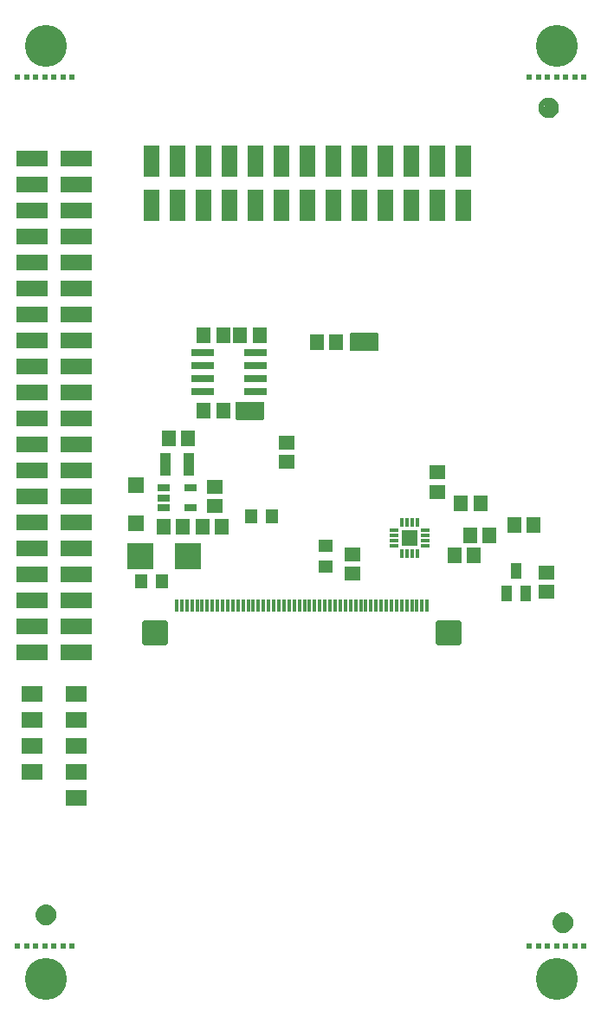
<source format=gbr>
G04 EAGLE Gerber RS-274X export*
G75*
%MOMM*%
%FSLAX34Y34*%
%LPD*%
%INSoldermask Top*%
%IPPOS*%
%AMOC8*
5,1,8,0,0,1.08239X$1,22.5*%
G01*
%ADD10C,0.601600*%
%ADD11C,1.101600*%
%ADD12C,0.500000*%
%ADD13R,1.601600X1.401600*%
%ADD14R,1.401600X1.601600*%
%ADD15R,1.101600X1.501600*%
%ADD16R,1.601600X1.601600*%
%ADD17R,0.880000X0.350000*%
%ADD18R,0.350000X0.880000*%
%ADD19R,1.625600X3.149600*%
%ADD20C,4.101600*%
%ADD21R,1.301600X0.651600*%
%ADD22R,1.117600X2.301600*%
%ADD23R,1.501600X1.501600*%
%ADD24R,2.641600X2.641600*%
%ADD25R,1.301600X1.401600*%
%ADD26R,0.376600X1.301600*%
%ADD27C,0.700447*%
%ADD28R,1.401600X1.301600*%
%ADD29R,1.270000X1.701800*%
%ADD30R,0.736600X0.304800*%
%ADD31R,3.149600X1.625600*%
%ADD32R,2.301600X0.701600*%
%ADD33R,2.101600X1.601600*%

G36*
X358258Y581676D02*
X358258Y581676D01*
X358377Y581683D01*
X358415Y581696D01*
X358456Y581701D01*
X358566Y581744D01*
X358679Y581781D01*
X358714Y581803D01*
X358751Y581818D01*
X358847Y581888D01*
X358948Y581951D01*
X358976Y581981D01*
X359009Y582004D01*
X359085Y582096D01*
X359166Y582183D01*
X359186Y582218D01*
X359211Y582249D01*
X359262Y582357D01*
X359320Y582461D01*
X359330Y582501D01*
X359347Y582537D01*
X359369Y582654D01*
X359399Y582769D01*
X359403Y582830D01*
X359407Y582850D01*
X359405Y582870D01*
X359409Y582930D01*
X359409Y598170D01*
X359394Y598288D01*
X359387Y598407D01*
X359374Y598445D01*
X359369Y598486D01*
X359326Y598596D01*
X359289Y598709D01*
X359267Y598744D01*
X359252Y598781D01*
X359183Y598877D01*
X359119Y598978D01*
X359089Y599006D01*
X359066Y599039D01*
X358974Y599115D01*
X358887Y599196D01*
X358852Y599216D01*
X358821Y599241D01*
X358713Y599292D01*
X358609Y599350D01*
X358569Y599360D01*
X358533Y599377D01*
X358416Y599399D01*
X358301Y599429D01*
X358241Y599433D01*
X358221Y599437D01*
X358200Y599435D01*
X358140Y599439D01*
X332740Y599439D01*
X332622Y599424D01*
X332503Y599417D01*
X332465Y599404D01*
X332424Y599399D01*
X332314Y599356D01*
X332201Y599319D01*
X332166Y599297D01*
X332129Y599282D01*
X332033Y599213D01*
X331932Y599149D01*
X331904Y599119D01*
X331871Y599096D01*
X331796Y599004D01*
X331714Y598917D01*
X331694Y598882D01*
X331669Y598851D01*
X331618Y598743D01*
X331560Y598639D01*
X331550Y598599D01*
X331533Y598563D01*
X331511Y598446D01*
X331481Y598331D01*
X331477Y598271D01*
X331473Y598251D01*
X331474Y598244D01*
X331473Y598242D01*
X331474Y598226D01*
X331471Y598170D01*
X331471Y582930D01*
X331486Y582812D01*
X331493Y582693D01*
X331506Y582655D01*
X331511Y582614D01*
X331554Y582504D01*
X331591Y582391D01*
X331613Y582356D01*
X331628Y582319D01*
X331698Y582223D01*
X331761Y582122D01*
X331791Y582094D01*
X331814Y582061D01*
X331906Y581986D01*
X331993Y581904D01*
X332028Y581884D01*
X332059Y581859D01*
X332167Y581808D01*
X332271Y581750D01*
X332311Y581740D01*
X332347Y581723D01*
X332464Y581701D01*
X332579Y581671D01*
X332640Y581667D01*
X332660Y581663D01*
X332680Y581665D01*
X332740Y581661D01*
X358140Y581661D01*
X358258Y581676D01*
G37*
G36*
X246498Y514366D02*
X246498Y514366D01*
X246617Y514373D01*
X246655Y514386D01*
X246696Y514391D01*
X246806Y514434D01*
X246919Y514471D01*
X246954Y514493D01*
X246991Y514508D01*
X247087Y514578D01*
X247188Y514641D01*
X247216Y514671D01*
X247249Y514694D01*
X247325Y514786D01*
X247406Y514873D01*
X247426Y514908D01*
X247451Y514939D01*
X247502Y515047D01*
X247560Y515151D01*
X247570Y515191D01*
X247587Y515227D01*
X247609Y515344D01*
X247639Y515459D01*
X247643Y515520D01*
X247647Y515540D01*
X247645Y515560D01*
X247649Y515620D01*
X247649Y530860D01*
X247634Y530978D01*
X247627Y531097D01*
X247614Y531135D01*
X247609Y531176D01*
X247566Y531286D01*
X247529Y531399D01*
X247507Y531434D01*
X247492Y531471D01*
X247423Y531567D01*
X247359Y531668D01*
X247329Y531696D01*
X247306Y531729D01*
X247214Y531805D01*
X247127Y531886D01*
X247092Y531906D01*
X247061Y531931D01*
X246953Y531982D01*
X246849Y532040D01*
X246809Y532050D01*
X246773Y532067D01*
X246656Y532089D01*
X246541Y532119D01*
X246481Y532123D01*
X246461Y532127D01*
X246440Y532125D01*
X246380Y532129D01*
X220980Y532129D01*
X220862Y532114D01*
X220743Y532107D01*
X220705Y532094D01*
X220664Y532089D01*
X220554Y532046D01*
X220441Y532009D01*
X220406Y531987D01*
X220369Y531972D01*
X220273Y531903D01*
X220172Y531839D01*
X220144Y531809D01*
X220111Y531786D01*
X220036Y531694D01*
X219954Y531607D01*
X219934Y531572D01*
X219909Y531541D01*
X219858Y531433D01*
X219800Y531329D01*
X219790Y531289D01*
X219773Y531253D01*
X219751Y531136D01*
X219721Y531021D01*
X219717Y530961D01*
X219713Y530941D01*
X219714Y530934D01*
X219713Y530932D01*
X219714Y530916D01*
X219711Y530860D01*
X219711Y515620D01*
X219726Y515502D01*
X219733Y515383D01*
X219746Y515345D01*
X219751Y515304D01*
X219794Y515194D01*
X219831Y515081D01*
X219853Y515046D01*
X219868Y515009D01*
X219938Y514913D01*
X220001Y514812D01*
X220031Y514784D01*
X220054Y514751D01*
X220146Y514676D01*
X220233Y514594D01*
X220268Y514574D01*
X220299Y514549D01*
X220407Y514498D01*
X220511Y514440D01*
X220551Y514430D01*
X220587Y514413D01*
X220704Y514391D01*
X220819Y514361D01*
X220880Y514357D01*
X220900Y514353D01*
X220920Y514355D01*
X220980Y514351D01*
X246380Y514351D01*
X246498Y514366D01*
G37*
D10*
X59690Y849630D03*
X50800Y849630D03*
X41910Y849630D03*
X33020Y849630D03*
X24130Y849630D03*
X15240Y849630D03*
X6350Y849630D03*
X560070Y849630D03*
X551180Y849630D03*
X542290Y849630D03*
X533400Y849630D03*
X524510Y849630D03*
X515620Y849630D03*
X506730Y849630D03*
X59690Y0D03*
X50800Y0D03*
X41910Y0D03*
X33020Y0D03*
X24130Y0D03*
X15240Y0D03*
X6350Y0D03*
X560070Y0D03*
X551180Y0D03*
X542290Y0D03*
X533400Y0D03*
X524510Y0D03*
X515620Y0D03*
X506730Y0D03*
D11*
X539750Y22860D03*
D12*
X532250Y22860D02*
X532252Y22679D01*
X532259Y22498D01*
X532270Y22317D01*
X532285Y22136D01*
X532305Y21956D01*
X532329Y21776D01*
X532357Y21597D01*
X532390Y21419D01*
X532427Y21242D01*
X532468Y21065D01*
X532513Y20890D01*
X532563Y20715D01*
X532617Y20542D01*
X532675Y20371D01*
X532737Y20200D01*
X532804Y20032D01*
X532874Y19865D01*
X532948Y19699D01*
X533027Y19536D01*
X533109Y19375D01*
X533195Y19215D01*
X533285Y19058D01*
X533379Y18903D01*
X533476Y18750D01*
X533578Y18600D01*
X533682Y18452D01*
X533791Y18306D01*
X533902Y18164D01*
X534018Y18024D01*
X534136Y17887D01*
X534258Y17752D01*
X534383Y17621D01*
X534511Y17493D01*
X534642Y17368D01*
X534777Y17246D01*
X534914Y17128D01*
X535054Y17012D01*
X535196Y16901D01*
X535342Y16792D01*
X535490Y16688D01*
X535640Y16586D01*
X535793Y16489D01*
X535948Y16395D01*
X536105Y16305D01*
X536265Y16219D01*
X536426Y16137D01*
X536589Y16058D01*
X536755Y15984D01*
X536922Y15914D01*
X537090Y15847D01*
X537261Y15785D01*
X537432Y15727D01*
X537605Y15673D01*
X537780Y15623D01*
X537955Y15578D01*
X538132Y15537D01*
X538309Y15500D01*
X538487Y15467D01*
X538666Y15439D01*
X538846Y15415D01*
X539026Y15395D01*
X539207Y15380D01*
X539388Y15369D01*
X539569Y15362D01*
X539750Y15360D01*
X532250Y22860D02*
X532252Y23041D01*
X532259Y23222D01*
X532270Y23403D01*
X532285Y23584D01*
X532305Y23764D01*
X532329Y23944D01*
X532357Y24123D01*
X532390Y24301D01*
X532427Y24478D01*
X532468Y24655D01*
X532513Y24830D01*
X532563Y25005D01*
X532617Y25178D01*
X532675Y25349D01*
X532737Y25520D01*
X532804Y25688D01*
X532874Y25855D01*
X532948Y26021D01*
X533027Y26184D01*
X533109Y26345D01*
X533195Y26505D01*
X533285Y26662D01*
X533379Y26817D01*
X533476Y26970D01*
X533578Y27120D01*
X533682Y27268D01*
X533791Y27414D01*
X533902Y27556D01*
X534018Y27696D01*
X534136Y27833D01*
X534258Y27968D01*
X534383Y28099D01*
X534511Y28227D01*
X534642Y28352D01*
X534777Y28474D01*
X534914Y28592D01*
X535054Y28708D01*
X535196Y28819D01*
X535342Y28928D01*
X535490Y29032D01*
X535640Y29134D01*
X535793Y29231D01*
X535948Y29325D01*
X536105Y29415D01*
X536265Y29501D01*
X536426Y29583D01*
X536589Y29662D01*
X536755Y29736D01*
X536922Y29806D01*
X537090Y29873D01*
X537261Y29935D01*
X537432Y29993D01*
X537605Y30047D01*
X537780Y30097D01*
X537955Y30142D01*
X538132Y30183D01*
X538309Y30220D01*
X538487Y30253D01*
X538666Y30281D01*
X538846Y30305D01*
X539026Y30325D01*
X539207Y30340D01*
X539388Y30351D01*
X539569Y30358D01*
X539750Y30360D01*
X539931Y30358D01*
X540112Y30351D01*
X540293Y30340D01*
X540474Y30325D01*
X540654Y30305D01*
X540834Y30281D01*
X541013Y30253D01*
X541191Y30220D01*
X541368Y30183D01*
X541545Y30142D01*
X541720Y30097D01*
X541895Y30047D01*
X542068Y29993D01*
X542239Y29935D01*
X542410Y29873D01*
X542578Y29806D01*
X542745Y29736D01*
X542911Y29662D01*
X543074Y29583D01*
X543235Y29501D01*
X543395Y29415D01*
X543552Y29325D01*
X543707Y29231D01*
X543860Y29134D01*
X544010Y29032D01*
X544158Y28928D01*
X544304Y28819D01*
X544446Y28708D01*
X544586Y28592D01*
X544723Y28474D01*
X544858Y28352D01*
X544989Y28227D01*
X545117Y28099D01*
X545242Y27968D01*
X545364Y27833D01*
X545482Y27696D01*
X545598Y27556D01*
X545709Y27414D01*
X545818Y27268D01*
X545922Y27120D01*
X546024Y26970D01*
X546121Y26817D01*
X546215Y26662D01*
X546305Y26505D01*
X546391Y26345D01*
X546473Y26184D01*
X546552Y26021D01*
X546626Y25855D01*
X546696Y25688D01*
X546763Y25520D01*
X546825Y25349D01*
X546883Y25178D01*
X546937Y25005D01*
X546987Y24830D01*
X547032Y24655D01*
X547073Y24478D01*
X547110Y24301D01*
X547143Y24123D01*
X547171Y23944D01*
X547195Y23764D01*
X547215Y23584D01*
X547230Y23403D01*
X547241Y23222D01*
X547248Y23041D01*
X547250Y22860D01*
X547248Y22679D01*
X547241Y22498D01*
X547230Y22317D01*
X547215Y22136D01*
X547195Y21956D01*
X547171Y21776D01*
X547143Y21597D01*
X547110Y21419D01*
X547073Y21242D01*
X547032Y21065D01*
X546987Y20890D01*
X546937Y20715D01*
X546883Y20542D01*
X546825Y20371D01*
X546763Y20200D01*
X546696Y20032D01*
X546626Y19865D01*
X546552Y19699D01*
X546473Y19536D01*
X546391Y19375D01*
X546305Y19215D01*
X546215Y19058D01*
X546121Y18903D01*
X546024Y18750D01*
X545922Y18600D01*
X545818Y18452D01*
X545709Y18306D01*
X545598Y18164D01*
X545482Y18024D01*
X545364Y17887D01*
X545242Y17752D01*
X545117Y17621D01*
X544989Y17493D01*
X544858Y17368D01*
X544723Y17246D01*
X544586Y17128D01*
X544446Y17012D01*
X544304Y16901D01*
X544158Y16792D01*
X544010Y16688D01*
X543860Y16586D01*
X543707Y16489D01*
X543552Y16395D01*
X543395Y16305D01*
X543235Y16219D01*
X543074Y16137D01*
X542911Y16058D01*
X542745Y15984D01*
X542578Y15914D01*
X542410Y15847D01*
X542239Y15785D01*
X542068Y15727D01*
X541895Y15673D01*
X541720Y15623D01*
X541545Y15578D01*
X541368Y15537D01*
X541191Y15500D01*
X541013Y15467D01*
X540834Y15439D01*
X540654Y15415D01*
X540474Y15395D01*
X540293Y15380D01*
X540112Y15369D01*
X539931Y15362D01*
X539750Y15360D01*
D11*
X34290Y30480D03*
D12*
X34290Y22980D02*
X34471Y22982D01*
X34652Y22989D01*
X34833Y23000D01*
X35014Y23015D01*
X35194Y23035D01*
X35374Y23059D01*
X35553Y23087D01*
X35731Y23120D01*
X35908Y23157D01*
X36085Y23198D01*
X36260Y23243D01*
X36435Y23293D01*
X36608Y23347D01*
X36779Y23405D01*
X36950Y23467D01*
X37118Y23534D01*
X37285Y23604D01*
X37451Y23678D01*
X37614Y23757D01*
X37775Y23839D01*
X37935Y23925D01*
X38092Y24015D01*
X38247Y24109D01*
X38400Y24206D01*
X38550Y24308D01*
X38698Y24412D01*
X38844Y24521D01*
X38986Y24632D01*
X39126Y24748D01*
X39263Y24866D01*
X39398Y24988D01*
X39529Y25113D01*
X39657Y25241D01*
X39782Y25372D01*
X39904Y25507D01*
X40022Y25644D01*
X40138Y25784D01*
X40249Y25926D01*
X40358Y26072D01*
X40462Y26220D01*
X40564Y26370D01*
X40661Y26523D01*
X40755Y26678D01*
X40845Y26835D01*
X40931Y26995D01*
X41013Y27156D01*
X41092Y27319D01*
X41166Y27485D01*
X41236Y27652D01*
X41303Y27820D01*
X41365Y27991D01*
X41423Y28162D01*
X41477Y28335D01*
X41527Y28510D01*
X41572Y28685D01*
X41613Y28862D01*
X41650Y29039D01*
X41683Y29217D01*
X41711Y29396D01*
X41735Y29576D01*
X41755Y29756D01*
X41770Y29937D01*
X41781Y30118D01*
X41788Y30299D01*
X41790Y30480D01*
X34290Y22980D02*
X34109Y22982D01*
X33928Y22989D01*
X33747Y23000D01*
X33566Y23015D01*
X33386Y23035D01*
X33206Y23059D01*
X33027Y23087D01*
X32849Y23120D01*
X32672Y23157D01*
X32495Y23198D01*
X32320Y23243D01*
X32145Y23293D01*
X31972Y23347D01*
X31801Y23405D01*
X31630Y23467D01*
X31462Y23534D01*
X31295Y23604D01*
X31129Y23678D01*
X30966Y23757D01*
X30805Y23839D01*
X30645Y23925D01*
X30488Y24015D01*
X30333Y24109D01*
X30180Y24206D01*
X30030Y24308D01*
X29882Y24412D01*
X29736Y24521D01*
X29594Y24632D01*
X29454Y24748D01*
X29317Y24866D01*
X29182Y24988D01*
X29051Y25113D01*
X28923Y25241D01*
X28798Y25372D01*
X28676Y25507D01*
X28558Y25644D01*
X28442Y25784D01*
X28331Y25926D01*
X28222Y26072D01*
X28118Y26220D01*
X28016Y26370D01*
X27919Y26523D01*
X27825Y26678D01*
X27735Y26835D01*
X27649Y26995D01*
X27567Y27156D01*
X27488Y27319D01*
X27414Y27485D01*
X27344Y27652D01*
X27277Y27820D01*
X27215Y27991D01*
X27157Y28162D01*
X27103Y28335D01*
X27053Y28510D01*
X27008Y28685D01*
X26967Y28862D01*
X26930Y29039D01*
X26897Y29217D01*
X26869Y29396D01*
X26845Y29576D01*
X26825Y29756D01*
X26810Y29937D01*
X26799Y30118D01*
X26792Y30299D01*
X26790Y30480D01*
X26792Y30661D01*
X26799Y30842D01*
X26810Y31023D01*
X26825Y31204D01*
X26845Y31384D01*
X26869Y31564D01*
X26897Y31743D01*
X26930Y31921D01*
X26967Y32098D01*
X27008Y32275D01*
X27053Y32450D01*
X27103Y32625D01*
X27157Y32798D01*
X27215Y32969D01*
X27277Y33140D01*
X27344Y33308D01*
X27414Y33475D01*
X27488Y33641D01*
X27567Y33804D01*
X27649Y33965D01*
X27735Y34125D01*
X27825Y34282D01*
X27919Y34437D01*
X28016Y34590D01*
X28118Y34740D01*
X28222Y34888D01*
X28331Y35034D01*
X28442Y35176D01*
X28558Y35316D01*
X28676Y35453D01*
X28798Y35588D01*
X28923Y35719D01*
X29051Y35847D01*
X29182Y35972D01*
X29317Y36094D01*
X29454Y36212D01*
X29594Y36328D01*
X29736Y36439D01*
X29882Y36548D01*
X30030Y36652D01*
X30180Y36754D01*
X30333Y36851D01*
X30488Y36945D01*
X30645Y37035D01*
X30805Y37121D01*
X30966Y37203D01*
X31129Y37282D01*
X31295Y37356D01*
X31462Y37426D01*
X31630Y37493D01*
X31801Y37555D01*
X31972Y37613D01*
X32145Y37667D01*
X32320Y37717D01*
X32495Y37762D01*
X32672Y37803D01*
X32849Y37840D01*
X33027Y37873D01*
X33206Y37901D01*
X33386Y37925D01*
X33566Y37945D01*
X33747Y37960D01*
X33928Y37971D01*
X34109Y37978D01*
X34290Y37980D01*
X34471Y37978D01*
X34652Y37971D01*
X34833Y37960D01*
X35014Y37945D01*
X35194Y37925D01*
X35374Y37901D01*
X35553Y37873D01*
X35731Y37840D01*
X35908Y37803D01*
X36085Y37762D01*
X36260Y37717D01*
X36435Y37667D01*
X36608Y37613D01*
X36779Y37555D01*
X36950Y37493D01*
X37118Y37426D01*
X37285Y37356D01*
X37451Y37282D01*
X37614Y37203D01*
X37775Y37121D01*
X37935Y37035D01*
X38092Y36945D01*
X38247Y36851D01*
X38400Y36754D01*
X38550Y36652D01*
X38698Y36548D01*
X38844Y36439D01*
X38986Y36328D01*
X39126Y36212D01*
X39263Y36094D01*
X39398Y35972D01*
X39529Y35847D01*
X39657Y35719D01*
X39782Y35588D01*
X39904Y35453D01*
X40022Y35316D01*
X40138Y35176D01*
X40249Y35034D01*
X40358Y34888D01*
X40462Y34740D01*
X40564Y34590D01*
X40661Y34437D01*
X40755Y34282D01*
X40845Y34125D01*
X40931Y33965D01*
X41013Y33804D01*
X41092Y33641D01*
X41166Y33475D01*
X41236Y33308D01*
X41303Y33140D01*
X41365Y32969D01*
X41423Y32798D01*
X41477Y32625D01*
X41527Y32450D01*
X41572Y32275D01*
X41613Y32098D01*
X41650Y31921D01*
X41683Y31743D01*
X41711Y31564D01*
X41735Y31384D01*
X41755Y31204D01*
X41770Y31023D01*
X41781Y30842D01*
X41788Y30661D01*
X41790Y30480D01*
D13*
X416560Y443890D03*
X416560Y462890D03*
D14*
X492150Y411480D03*
X511150Y411480D03*
D15*
X494030Y366600D03*
X503530Y344600D03*
X484530Y344600D03*
D13*
X523240Y346100D03*
X523240Y365100D03*
D16*
X389890Y398780D03*
D17*
X404890Y391280D03*
X404890Y396280D03*
X404890Y401280D03*
X404890Y406280D03*
D18*
X397390Y413780D03*
X392390Y413780D03*
X387390Y413780D03*
X382390Y413780D03*
D17*
X374890Y406280D03*
X374890Y401280D03*
X374890Y396280D03*
X374890Y391280D03*
D18*
X382390Y383780D03*
X387390Y383780D03*
X392390Y383780D03*
X397390Y383780D03*
D14*
X440080Y433070D03*
X459080Y433070D03*
D19*
X137160Y767080D03*
X137160Y723900D03*
X162560Y767080D03*
X162560Y723900D03*
X187960Y723900D03*
X187960Y767080D03*
X213360Y723900D03*
X213360Y767080D03*
X238760Y723900D03*
X238760Y767080D03*
X264160Y723900D03*
X264160Y767080D03*
X289560Y723900D03*
X289560Y767080D03*
X314960Y723900D03*
X314960Y767080D03*
X340360Y723900D03*
X340360Y767080D03*
X365760Y723900D03*
X365760Y767080D03*
X391160Y723900D03*
X391160Y767080D03*
X416560Y723900D03*
X416560Y767080D03*
X441960Y723900D03*
X441960Y767080D03*
D20*
X34290Y-31750D03*
X533400Y880110D03*
X533400Y-31750D03*
D14*
X452730Y382270D03*
X433730Y382270D03*
D11*
X525780Y819150D03*
D12*
X525780Y826650D02*
X525599Y826648D01*
X525418Y826641D01*
X525237Y826630D01*
X525056Y826615D01*
X524876Y826595D01*
X524696Y826571D01*
X524517Y826543D01*
X524339Y826510D01*
X524162Y826473D01*
X523985Y826432D01*
X523810Y826387D01*
X523635Y826337D01*
X523462Y826283D01*
X523291Y826225D01*
X523120Y826163D01*
X522952Y826096D01*
X522785Y826026D01*
X522619Y825952D01*
X522456Y825873D01*
X522295Y825791D01*
X522135Y825705D01*
X521978Y825615D01*
X521823Y825521D01*
X521670Y825424D01*
X521520Y825322D01*
X521372Y825218D01*
X521226Y825109D01*
X521084Y824998D01*
X520944Y824882D01*
X520807Y824764D01*
X520672Y824642D01*
X520541Y824517D01*
X520413Y824389D01*
X520288Y824258D01*
X520166Y824123D01*
X520048Y823986D01*
X519932Y823846D01*
X519821Y823704D01*
X519712Y823558D01*
X519608Y823410D01*
X519506Y823260D01*
X519409Y823107D01*
X519315Y822952D01*
X519225Y822795D01*
X519139Y822635D01*
X519057Y822474D01*
X518978Y822311D01*
X518904Y822145D01*
X518834Y821978D01*
X518767Y821810D01*
X518705Y821639D01*
X518647Y821468D01*
X518593Y821295D01*
X518543Y821120D01*
X518498Y820945D01*
X518457Y820768D01*
X518420Y820591D01*
X518387Y820413D01*
X518359Y820234D01*
X518335Y820054D01*
X518315Y819874D01*
X518300Y819693D01*
X518289Y819512D01*
X518282Y819331D01*
X518280Y819150D01*
X525780Y826650D02*
X525961Y826648D01*
X526142Y826641D01*
X526323Y826630D01*
X526504Y826615D01*
X526684Y826595D01*
X526864Y826571D01*
X527043Y826543D01*
X527221Y826510D01*
X527398Y826473D01*
X527575Y826432D01*
X527750Y826387D01*
X527925Y826337D01*
X528098Y826283D01*
X528269Y826225D01*
X528440Y826163D01*
X528608Y826096D01*
X528775Y826026D01*
X528941Y825952D01*
X529104Y825873D01*
X529265Y825791D01*
X529425Y825705D01*
X529582Y825615D01*
X529737Y825521D01*
X529890Y825424D01*
X530040Y825322D01*
X530188Y825218D01*
X530334Y825109D01*
X530476Y824998D01*
X530616Y824882D01*
X530753Y824764D01*
X530888Y824642D01*
X531019Y824517D01*
X531147Y824389D01*
X531272Y824258D01*
X531394Y824123D01*
X531512Y823986D01*
X531628Y823846D01*
X531739Y823704D01*
X531848Y823558D01*
X531952Y823410D01*
X532054Y823260D01*
X532151Y823107D01*
X532245Y822952D01*
X532335Y822795D01*
X532421Y822635D01*
X532503Y822474D01*
X532582Y822311D01*
X532656Y822145D01*
X532726Y821978D01*
X532793Y821810D01*
X532855Y821639D01*
X532913Y821468D01*
X532967Y821295D01*
X533017Y821120D01*
X533062Y820945D01*
X533103Y820768D01*
X533140Y820591D01*
X533173Y820413D01*
X533201Y820234D01*
X533225Y820054D01*
X533245Y819874D01*
X533260Y819693D01*
X533271Y819512D01*
X533278Y819331D01*
X533280Y819150D01*
X533278Y818969D01*
X533271Y818788D01*
X533260Y818607D01*
X533245Y818426D01*
X533225Y818246D01*
X533201Y818066D01*
X533173Y817887D01*
X533140Y817709D01*
X533103Y817532D01*
X533062Y817355D01*
X533017Y817180D01*
X532967Y817005D01*
X532913Y816832D01*
X532855Y816661D01*
X532793Y816490D01*
X532726Y816322D01*
X532656Y816155D01*
X532582Y815989D01*
X532503Y815826D01*
X532421Y815665D01*
X532335Y815505D01*
X532245Y815348D01*
X532151Y815193D01*
X532054Y815040D01*
X531952Y814890D01*
X531848Y814742D01*
X531739Y814596D01*
X531628Y814454D01*
X531512Y814314D01*
X531394Y814177D01*
X531272Y814042D01*
X531147Y813911D01*
X531019Y813783D01*
X530888Y813658D01*
X530753Y813536D01*
X530616Y813418D01*
X530476Y813302D01*
X530334Y813191D01*
X530188Y813082D01*
X530040Y812978D01*
X529890Y812876D01*
X529737Y812779D01*
X529582Y812685D01*
X529425Y812595D01*
X529265Y812509D01*
X529104Y812427D01*
X528941Y812348D01*
X528775Y812274D01*
X528608Y812204D01*
X528440Y812137D01*
X528269Y812075D01*
X528098Y812017D01*
X527925Y811963D01*
X527750Y811913D01*
X527575Y811868D01*
X527398Y811827D01*
X527221Y811790D01*
X527043Y811757D01*
X526864Y811729D01*
X526684Y811705D01*
X526504Y811685D01*
X526323Y811670D01*
X526142Y811659D01*
X525961Y811652D01*
X525780Y811650D01*
X525599Y811652D01*
X525418Y811659D01*
X525237Y811670D01*
X525056Y811685D01*
X524876Y811705D01*
X524696Y811729D01*
X524517Y811757D01*
X524339Y811790D01*
X524162Y811827D01*
X523985Y811868D01*
X523810Y811913D01*
X523635Y811963D01*
X523462Y812017D01*
X523291Y812075D01*
X523120Y812137D01*
X522952Y812204D01*
X522785Y812274D01*
X522619Y812348D01*
X522456Y812427D01*
X522295Y812509D01*
X522135Y812595D01*
X521978Y812685D01*
X521823Y812779D01*
X521670Y812876D01*
X521520Y812978D01*
X521372Y813082D01*
X521226Y813191D01*
X521084Y813302D01*
X520944Y813418D01*
X520807Y813536D01*
X520672Y813658D01*
X520541Y813783D01*
X520413Y813911D01*
X520288Y814042D01*
X520166Y814177D01*
X520048Y814314D01*
X519932Y814454D01*
X519821Y814596D01*
X519712Y814742D01*
X519608Y814890D01*
X519506Y815040D01*
X519409Y815193D01*
X519315Y815348D01*
X519225Y815505D01*
X519139Y815665D01*
X519057Y815826D01*
X518978Y815989D01*
X518904Y816155D01*
X518834Y816322D01*
X518767Y816490D01*
X518705Y816661D01*
X518647Y816832D01*
X518593Y817005D01*
X518543Y817180D01*
X518498Y817355D01*
X518457Y817532D01*
X518420Y817709D01*
X518387Y817887D01*
X518359Y818066D01*
X518335Y818246D01*
X518315Y818426D01*
X518300Y818607D01*
X518289Y818788D01*
X518282Y818969D01*
X518280Y819150D01*
D21*
X149559Y447650D03*
X149559Y438150D03*
X149559Y428650D03*
X175561Y428650D03*
X175561Y447650D03*
D14*
X173330Y496570D03*
X154330Y496570D03*
D22*
X173830Y471170D03*
X151290Y471170D03*
D23*
X121920Y413300D03*
X121920Y450300D03*
D14*
X206350Y410210D03*
X187350Y410210D03*
X168250Y410210D03*
X149250Y410210D03*
D13*
X199390Y429920D03*
X199390Y448920D03*
D24*
X126365Y381000D03*
X173355Y381000D03*
D25*
X127000Y356870D03*
X147320Y356870D03*
D26*
X161980Y333240D03*
X166980Y333240D03*
X171980Y333240D03*
X176980Y333240D03*
X181980Y333240D03*
X186980Y333240D03*
X191980Y333240D03*
X196980Y333240D03*
X201980Y333240D03*
X206980Y333240D03*
X211980Y333240D03*
X216980Y333240D03*
X221980Y333240D03*
X226980Y333240D03*
X231980Y333240D03*
X236980Y333240D03*
X241980Y333240D03*
X246980Y333240D03*
X251980Y333240D03*
X256980Y333240D03*
X261980Y333240D03*
X266980Y333240D03*
X271980Y333240D03*
X276980Y333240D03*
X281980Y333240D03*
X286980Y333240D03*
X291980Y333240D03*
X296980Y333240D03*
X301980Y333240D03*
X306980Y333240D03*
X311980Y333240D03*
X316980Y333240D03*
X321980Y333240D03*
X326980Y333240D03*
X331980Y333240D03*
X336980Y333240D03*
X341980Y333240D03*
X346980Y333240D03*
X351980Y333240D03*
X356980Y333240D03*
X361980Y333240D03*
X366980Y333240D03*
X371980Y333240D03*
X376980Y333240D03*
X381980Y333240D03*
X386980Y333240D03*
X391980Y333240D03*
X396980Y333240D03*
X401980Y333240D03*
X406980Y333240D03*
D27*
X149986Y297234D02*
X131974Y297234D01*
X131974Y315246D01*
X149986Y315246D01*
X149986Y297234D01*
X149986Y303888D02*
X131974Y303888D01*
X131974Y310542D02*
X149986Y310542D01*
X418974Y297234D02*
X436986Y297234D01*
X418974Y297234D02*
X418974Y315246D01*
X436986Y315246D01*
X436986Y297234D01*
X436986Y303888D02*
X418974Y303888D01*
X418974Y310542D02*
X436986Y310542D01*
D20*
X34290Y880110D03*
D28*
X307340Y391160D03*
X307340Y370840D03*
D13*
X334010Y382880D03*
X334010Y363880D03*
X269240Y492100D03*
X269240Y473100D03*
D25*
X234950Y420370D03*
X255270Y420370D03*
D14*
X299110Y590550D03*
X318110Y590550D03*
D29*
X353060Y590550D03*
X337820Y590550D03*
D30*
X345440Y590550D03*
D14*
X467970Y401320D03*
X448970Y401320D03*
D31*
X63500Y769620D03*
X20320Y769620D03*
X63500Y744220D03*
X20320Y744220D03*
X20320Y718820D03*
X63500Y718820D03*
X20320Y693420D03*
X63500Y693420D03*
X20320Y668020D03*
X63500Y668020D03*
X20320Y642620D03*
X63500Y642620D03*
X20320Y617220D03*
X63500Y617220D03*
X20320Y591820D03*
X63500Y591820D03*
X20320Y566420D03*
X63500Y566420D03*
X20320Y541020D03*
X63500Y541020D03*
X20320Y515620D03*
X63500Y515620D03*
X20320Y490220D03*
X63500Y490220D03*
X20320Y464820D03*
X63500Y464820D03*
X20320Y439420D03*
X63500Y439420D03*
X20320Y414020D03*
X63500Y414020D03*
X20320Y388620D03*
X63500Y388620D03*
X20320Y363220D03*
X63500Y363220D03*
X20320Y337820D03*
X63500Y337820D03*
X20320Y312420D03*
X63500Y312420D03*
X20320Y287020D03*
X63500Y287020D03*
D32*
X239360Y554990D03*
X187360Y554990D03*
X239360Y542290D03*
X239360Y567690D03*
X239360Y580390D03*
X187360Y542290D03*
X187360Y567690D03*
X187360Y580390D03*
D14*
X188620Y596900D03*
X207620Y596900D03*
X224180Y596900D03*
X243180Y596900D03*
X207620Y523240D03*
X188620Y523240D03*
D29*
X241300Y523240D03*
X226060Y523240D03*
D30*
X233680Y523240D03*
D33*
X63500Y144780D03*
X63500Y170180D03*
X63500Y195580D03*
X63500Y220980D03*
X63500Y246380D03*
X20320Y170180D03*
X20320Y195580D03*
X20320Y220980D03*
X20320Y246380D03*
M02*

</source>
